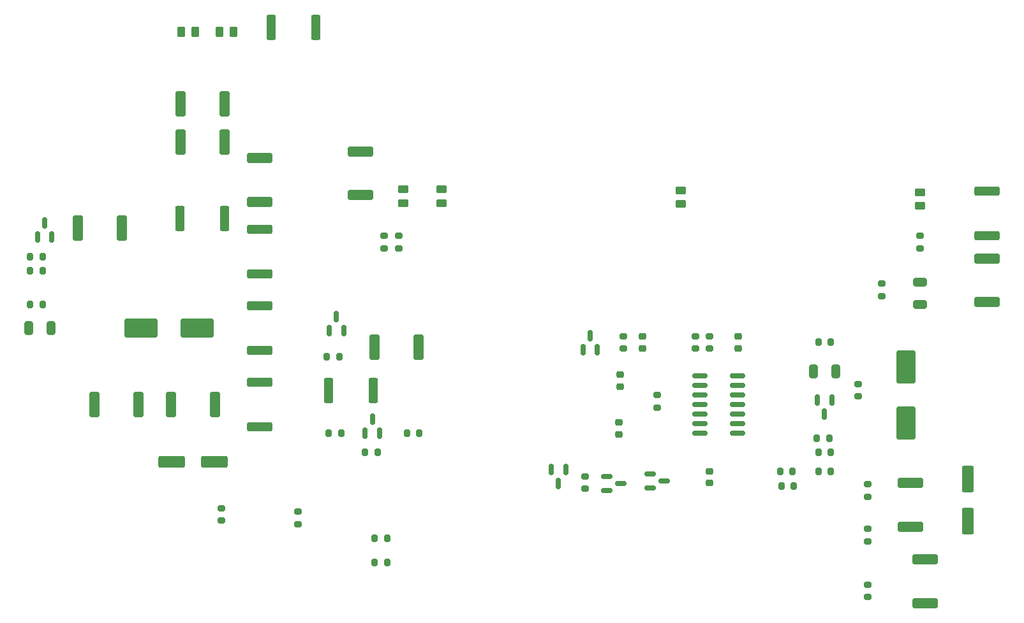
<source format=gbr>
%TF.GenerationSoftware,KiCad,Pcbnew,7.0.5*%
%TF.CreationDate,2023-12-08T14:16:09+03:00*%
%TF.ProjectId,wireFeeding,77697265-4665-4656-9469-6e672e6b6963,rev?*%
%TF.SameCoordinates,Original*%
%TF.FileFunction,Paste,Top*%
%TF.FilePolarity,Positive*%
%FSLAX46Y46*%
G04 Gerber Fmt 4.6, Leading zero omitted, Abs format (unit mm)*
G04 Created by KiCad (PCBNEW 7.0.5) date 2023-12-08 14:16:09*
%MOMM*%
%LPD*%
G01*
G04 APERTURE LIST*
G04 Aperture macros list*
%AMRoundRect*
0 Rectangle with rounded corners*
0 $1 Rounding radius*
0 $2 $3 $4 $5 $6 $7 $8 $9 X,Y pos of 4 corners*
0 Add a 4 corners polygon primitive as box body*
4,1,4,$2,$3,$4,$5,$6,$7,$8,$9,$2,$3,0*
0 Add four circle primitives for the rounded corners*
1,1,$1+$1,$2,$3*
1,1,$1+$1,$4,$5*
1,1,$1+$1,$6,$7*
1,1,$1+$1,$8,$9*
0 Add four rect primitives between the rounded corners*
20,1,$1+$1,$2,$3,$4,$5,0*
20,1,$1+$1,$4,$5,$6,$7,0*
20,1,$1+$1,$6,$7,$8,$9,0*
20,1,$1+$1,$8,$9,$2,$3,0*%
G04 Aperture macros list end*
%ADD10RoundRect,0.150000X-0.825000X-0.150000X0.825000X-0.150000X0.825000X0.150000X-0.825000X0.150000X0*%
%ADD11RoundRect,0.200000X0.200000X0.275000X-0.200000X0.275000X-0.200000X-0.275000X0.200000X-0.275000X0*%
%ADD12RoundRect,0.250000X1.950000X1.000000X-1.950000X1.000000X-1.950000X-1.000000X1.950000X-1.000000X0*%
%ADD13RoundRect,0.250000X-0.362500X-1.425000X0.362500X-1.425000X0.362500X1.425000X-0.362500X1.425000X0*%
%ADD14RoundRect,0.250000X-1.425000X0.425000X-1.425000X-0.425000X1.425000X-0.425000X1.425000X0.425000X0*%
%ADD15RoundRect,0.250000X-0.450000X0.262500X-0.450000X-0.262500X0.450000X-0.262500X0.450000X0.262500X0*%
%ADD16RoundRect,0.200000X-0.200000X-0.275000X0.200000X-0.275000X0.200000X0.275000X-0.200000X0.275000X0*%
%ADD17RoundRect,0.200000X-0.275000X0.200000X-0.275000X-0.200000X0.275000X-0.200000X0.275000X0.200000X0*%
%ADD18RoundRect,0.250000X-1.425000X0.362500X-1.425000X-0.362500X1.425000X-0.362500X1.425000X0.362500X0*%
%ADD19RoundRect,0.150000X0.150000X-0.587500X0.150000X0.587500X-0.150000X0.587500X-0.150000X-0.587500X0*%
%ADD20RoundRect,0.150000X-0.587500X-0.150000X0.587500X-0.150000X0.587500X0.150000X-0.587500X0.150000X0*%
%ADD21RoundRect,0.250000X1.500000X0.550000X-1.500000X0.550000X-1.500000X-0.550000X1.500000X-0.550000X0*%
%ADD22RoundRect,0.225000X-0.250000X0.225000X-0.250000X-0.225000X0.250000X-0.225000X0.250000X0.225000X0*%
%ADD23RoundRect,0.250000X-0.262500X-0.450000X0.262500X-0.450000X0.262500X0.450000X-0.262500X0.450000X0*%
%ADD24RoundRect,0.200000X0.275000X-0.200000X0.275000X0.200000X-0.275000X0.200000X-0.275000X-0.200000X0*%
%ADD25RoundRect,0.250000X-0.425000X-1.425000X0.425000X-1.425000X0.425000X1.425000X-0.425000X1.425000X0*%
%ADD26RoundRect,0.250000X0.425000X1.425000X-0.425000X1.425000X-0.425000X-1.425000X0.425000X-1.425000X0*%
%ADD27RoundRect,0.250000X1.000000X-1.950000X1.000000X1.950000X-1.000000X1.950000X-1.000000X-1.950000X0*%
%ADD28RoundRect,0.250000X0.325000X0.650000X-0.325000X0.650000X-0.325000X-0.650000X0.325000X-0.650000X0*%
%ADD29RoundRect,0.250000X-0.325000X-0.650000X0.325000X-0.650000X0.325000X0.650000X-0.325000X0.650000X0*%
%ADD30RoundRect,0.150000X-0.150000X0.587500X-0.150000X-0.587500X0.150000X-0.587500X0.150000X0.587500X0*%
%ADD31RoundRect,0.250000X0.550000X-1.500000X0.550000X1.500000X-0.550000X1.500000X-0.550000X-1.500000X0*%
%ADD32RoundRect,0.250000X1.425000X-0.425000X1.425000X0.425000X-1.425000X0.425000X-1.425000X-0.425000X0*%
%ADD33RoundRect,0.250000X-0.650000X0.325000X-0.650000X-0.325000X0.650000X-0.325000X0.650000X0.325000X0*%
G04 APERTURE END LIST*
D10*
%TO.C,U2*%
X146050000Y-85090000D03*
X146050000Y-86360000D03*
X146050000Y-87630000D03*
X146050000Y-88900000D03*
X146050000Y-90170000D03*
X146050000Y-91440000D03*
X146050000Y-92710000D03*
X151000000Y-92710000D03*
X151000000Y-91440000D03*
X151000000Y-90170000D03*
X151000000Y-88900000D03*
X151000000Y-87630000D03*
X151000000Y-86360000D03*
X151000000Y-85090000D03*
%TD*%
D11*
%TO.C,R25*%
X103250000Y-95260000D03*
X101600000Y-95260000D03*
%TD*%
D12*
%TO.C,C8*%
X79265000Y-78750000D03*
X71865000Y-78750000D03*
%TD*%
D13*
%TO.C,R23*%
X96732500Y-87005000D03*
X102657500Y-87005000D03*
%TD*%
D14*
%TO.C,D7*%
X175895000Y-109495000D03*
X175895000Y-115295000D03*
%TD*%
D15*
%TO.C,R27*%
X175260000Y-60692500D03*
X175260000Y-62517500D03*
%TD*%
D16*
%TO.C,R31*%
X57150000Y-69225000D03*
X58800000Y-69225000D03*
%TD*%
D17*
%TO.C,R45*%
X106045000Y-66495000D03*
X106045000Y-68145000D03*
%TD*%
D18*
%TO.C,R2A1*%
X87630000Y-85937500D03*
X87630000Y-91862500D03*
%TD*%
D17*
%TO.C,R34*%
X175260000Y-66495000D03*
X175260000Y-68145000D03*
%TD*%
D19*
%TO.C,T4*%
X58105000Y-66655000D03*
X60005000Y-66655000D03*
X59055000Y-64780000D03*
%TD*%
D16*
%TO.C,R42*%
X57150000Y-75575000D03*
X58800000Y-75575000D03*
%TD*%
D20*
%TO.C,T1*%
X139397500Y-98120000D03*
X139397500Y-100020000D03*
X141272500Y-99070000D03*
%TD*%
D15*
%TO.C,R19*%
X106680000Y-60325000D03*
X106680000Y-62150000D03*
%TD*%
D17*
%TO.C,R7*%
X147320000Y-79830000D03*
X147320000Y-81480000D03*
%TD*%
%TO.C,R35*%
X104140000Y-66495000D03*
X104140000Y-68145000D03*
%TD*%
D21*
%TO.C,C1*%
X81540000Y-96520000D03*
X75940000Y-96520000D03*
%TD*%
D17*
%TO.C,R5*%
X135890000Y-79830000D03*
X135890000Y-81480000D03*
%TD*%
D22*
%TO.C,C5*%
X151130000Y-79880000D03*
X151130000Y-81430000D03*
%TD*%
%TO.C,C10*%
X135395000Y-84960000D03*
X135395000Y-86510000D03*
%TD*%
D23*
%TO.C,R16*%
X77192500Y-39380000D03*
X79017500Y-39380000D03*
%TD*%
D15*
%TO.C,R21*%
X143510000Y-60415000D03*
X143510000Y-62240000D03*
%TD*%
D17*
%TO.C,R33*%
X145415000Y-79830000D03*
X145415000Y-81480000D03*
%TD*%
D13*
%TO.C,R0*%
X89112500Y-38745000D03*
X95037500Y-38745000D03*
%TD*%
D24*
%TO.C,R40*%
X168275000Y-114500000D03*
X168275000Y-112850000D03*
%TD*%
D25*
%TO.C,D3*%
X77110000Y-48905000D03*
X82910000Y-48905000D03*
%TD*%
D18*
%TO.C,R1*%
X87630000Y-65617500D03*
X87630000Y-71542500D03*
%TD*%
D11*
%TO.C,R10*%
X108775000Y-92720000D03*
X107125000Y-92720000D03*
%TD*%
D17*
%TO.C,R44*%
X92710000Y-103135000D03*
X92710000Y-104785000D03*
%TD*%
D26*
%TO.C,D4*%
X108670000Y-81280000D03*
X102870000Y-81280000D03*
%TD*%
D16*
%TO.C,R9*%
X161735000Y-97800000D03*
X163385000Y-97800000D03*
%TD*%
D15*
%TO.C,R20*%
X111760000Y-60325000D03*
X111760000Y-62150000D03*
%TD*%
D19*
%TO.C,D12*%
X130495000Y-81592500D03*
X132395000Y-81592500D03*
X131445000Y-79717500D03*
%TD*%
D27*
%TO.C,C2*%
X173355000Y-91330000D03*
X173355000Y-83930000D03*
%TD*%
D19*
%TO.C,T3*%
X101600000Y-92720000D03*
X103500000Y-92720000D03*
X102550000Y-90845000D03*
%TD*%
D25*
%TO.C,D5*%
X77110000Y-53985000D03*
X82910000Y-53985000D03*
%TD*%
D18*
%TO.C,R2B1*%
X87630000Y-75777500D03*
X87630000Y-81702500D03*
%TD*%
D24*
%TO.C,R28*%
X168275000Y-107070000D03*
X168275000Y-105420000D03*
%TD*%
D28*
%TO.C,C7*%
X164035000Y-84465000D03*
X161085000Y-84465000D03*
%TD*%
D20*
%TO.C,D9*%
X133682500Y-98435000D03*
X133654800Y-100299400D03*
X135534400Y-99385000D03*
%TD*%
D29*
%TO.C,C11*%
X56945000Y-78740000D03*
X59895000Y-78740000D03*
%TD*%
D17*
%TO.C,R6*%
X170180000Y-72845000D03*
X170180000Y-74495000D03*
%TD*%
D16*
%TO.C,R13*%
X161735000Y-80645000D03*
X163385000Y-80645000D03*
%TD*%
D22*
%TO.C,C14*%
X135255000Y-91310000D03*
X135255000Y-92860000D03*
%TD*%
D16*
%TO.C,R24*%
X96775000Y-92720000D03*
X98425000Y-92720000D03*
%TD*%
%TO.C,R32*%
X57150000Y-71120000D03*
X58800000Y-71120000D03*
%TD*%
D17*
%TO.C,R41*%
X167005000Y-86180000D03*
X167005000Y-87830000D03*
%TD*%
D30*
%TO.C,D16*%
X163510000Y-88305000D03*
X161610000Y-88305000D03*
X162560000Y-90180000D03*
%TD*%
D19*
%TO.C,T2*%
X96840000Y-79052500D03*
X98740000Y-79052500D03*
X97790000Y-77177500D03*
%TD*%
D26*
%TO.C,DZ3*%
X81640000Y-88900000D03*
X75840000Y-88900000D03*
%TD*%
%TO.C,D15*%
X69300000Y-65415000D03*
X63500000Y-65415000D03*
%TD*%
D16*
%TO.C,R43*%
X102870000Y-106690000D03*
X104520000Y-106690000D03*
%TD*%
D17*
%TO.C,R4*%
X82550000Y-102690000D03*
X82550000Y-104340000D03*
%TD*%
%TO.C,R18*%
X130810000Y-98435000D03*
X130810000Y-100085000D03*
%TD*%
D14*
%TO.C,D11*%
X87630000Y-56165000D03*
X87630000Y-61965000D03*
%TD*%
D17*
%TO.C,R8*%
X140335000Y-87640000D03*
X140335000Y-89290000D03*
%TD*%
D31*
%TO.C,C13*%
X181610000Y-104400000D03*
X181610000Y-98800000D03*
%TD*%
D22*
%TO.C,C9*%
X147320000Y-97800000D03*
X147320000Y-99350000D03*
%TD*%
D14*
%TO.C,D6*%
X173990000Y-99335000D03*
X173990000Y-105135000D03*
%TD*%
D18*
%TO.C,R26*%
X184150000Y-60537500D03*
X184150000Y-66462500D03*
%TD*%
D16*
%TO.C,R11*%
X161735000Y-95260000D03*
X163385000Y-95260000D03*
%TD*%
%TO.C,R14*%
X156655000Y-97800000D03*
X158305000Y-97800000D03*
%TD*%
D24*
%TO.C,R29*%
X168275000Y-101165000D03*
X168275000Y-99515000D03*
%TD*%
D32*
%TO.C,DZ2*%
X184150000Y-75290000D03*
X184150000Y-69490000D03*
%TD*%
D23*
%TO.C,R15*%
X82272500Y-39380000D03*
X84097500Y-39380000D03*
%TD*%
D16*
%TO.C,R3*%
X102870000Y-109865000D03*
X104520000Y-109865000D03*
%TD*%
D22*
%TO.C,C4*%
X138430000Y-79880000D03*
X138430000Y-81430000D03*
%TD*%
D11*
%TO.C,R30*%
X158495000Y-99705000D03*
X156845000Y-99705000D03*
%TD*%
D16*
%TO.C,R12*%
X161545000Y-93355000D03*
X163195000Y-93355000D03*
%TD*%
D33*
%TO.C,C3*%
X175260000Y-72625000D03*
X175260000Y-75575000D03*
%TD*%
D13*
%TO.C,R17*%
X77047500Y-64155000D03*
X82972500Y-64155000D03*
%TD*%
D30*
%TO.C,D14*%
X128204000Y-97497500D03*
X126304000Y-97497500D03*
X127254000Y-99372500D03*
%TD*%
D26*
%TO.C,DZ1*%
X71480000Y-88900000D03*
X65680000Y-88900000D03*
%TD*%
D16*
%TO.C,R22*%
X96520000Y-82560000D03*
X98170000Y-82560000D03*
%TD*%
D32*
%TO.C,D10*%
X100965000Y-61055000D03*
X100965000Y-55255000D03*
%TD*%
M02*

</source>
